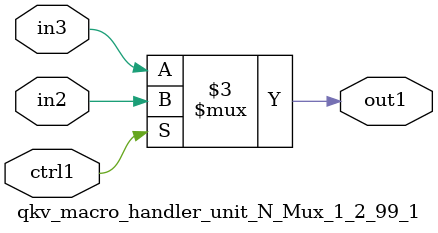
<source format=v>

`timescale 1ps / 1ps


module qkv_macro_handler_unit_N_Mux_1_2_99_1( in3, in2, ctrl1, out1 );

    input in3;
    input in2;
    input ctrl1;
    output out1;
    reg out1;

    
    // rtl_process:qkv_macro_handler_unit_N_Mux_1_2_99_1/qkv_macro_handler_unit_N_Mux_1_2_99_1_thread_1
    always @*
      begin : qkv_macro_handler_unit_N_Mux_1_2_99_1_thread_1
        case (ctrl1) 
          1'b1: 
            begin
              out1 = in2;
            end
          default: 
            begin
              out1 = in3;
            end
        endcase
      end

endmodule


</source>
